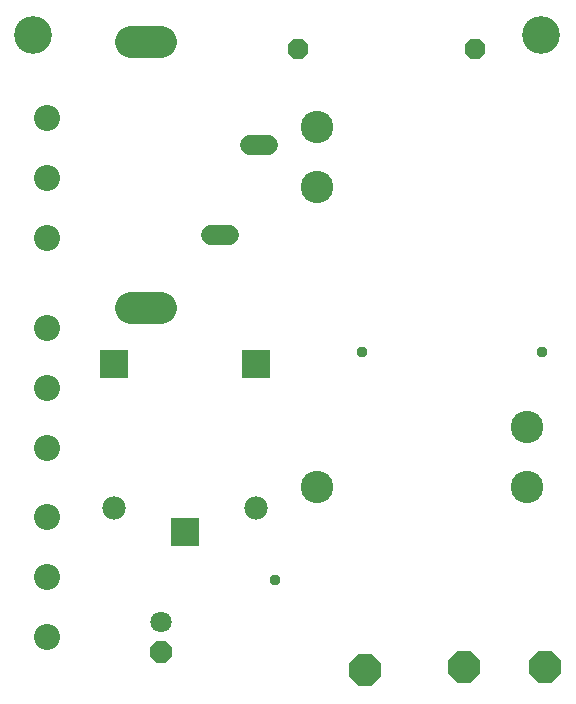
<source format=gbr>
G04 EAGLE Gerber RS-274X export*
G75*
%MOMM*%
%FSLAX34Y34*%
%LPD*%
%INSoldermask Bottom*%
%IPPOS*%
%AMOC8*
5,1,8,0,0,1.08239X$1,22.5*%
G01*
%ADD10C,3.203200*%
%ADD11P,1.869504X8X202.500000*%
%ADD12C,2.203200*%
%ADD13C,2.743200*%
%ADD14C,1.727200*%
%ADD15C,2.743200*%
%ADD16R,2.387600X2.387600*%
%ADD17C,1.981200*%
%ADD18P,2.969212X8X22.500000*%
%ADD19P,1.951982X8X292.500000*%
%ADD20C,1.803400*%
%ADD21C,0.959600*%


D10*
X31000Y560000D03*
X461000Y560000D03*
D11*
X405130Y548640D03*
X255270Y548640D03*
D12*
X42930Y388409D03*
X42930Y439209D03*
X42930Y490009D03*
X42930Y210609D03*
X42930Y261409D03*
X42930Y312209D03*
X42930Y50589D03*
X42930Y101389D03*
X42930Y152189D03*
D13*
X114300Y554482D02*
X139700Y554482D01*
X139700Y329438D02*
X114300Y329438D01*
D14*
X214630Y467360D02*
X229870Y467360D01*
X196850Y391160D02*
X181610Y391160D01*
D15*
X271780Y482600D03*
X271780Y431800D03*
X271780Y177800D03*
X449580Y177800D03*
X449580Y228600D03*
D16*
X160020Y139820D03*
X220020Y281820D03*
X100020Y281820D03*
D17*
X100020Y159820D03*
X220020Y159820D03*
D18*
X312420Y22860D03*
X464820Y25400D03*
X396240Y25400D03*
D19*
X139700Y38100D03*
D20*
X139700Y63500D03*
D21*
X309880Y292100D03*
X462280Y292100D03*
X236220Y99060D03*
M02*

</source>
